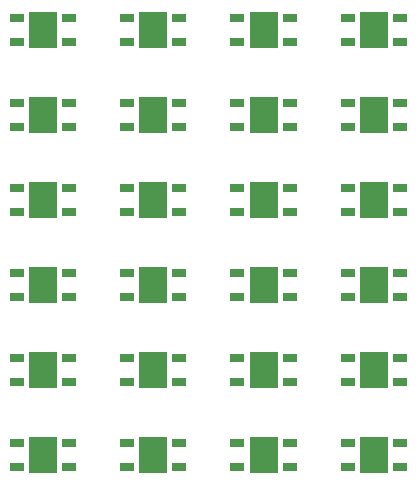
<source format=gbr>
G04*
G04 #@! TF.GenerationSoftware,Altium Limited,Altium Designer,25.8.1 (18)*
G04*
G04 Layer_Color=128*
%FSLAX44Y44*%
%MOMM*%
G71*
G04*
G04 #@! TF.SameCoordinates,CB4A00FE-05D9-49C1-B717-2607D131DABB*
G04*
G04*
G04 #@! TF.FilePolarity,Positive*
G04*
G01*
G75*
%ADD87R,1.1938X0.7620*%
%ADD88R,2.4892X3.0988*%
G36*
X129554Y354000D02*
X152446D01*
Y340506D01*
X129554D01*
Y354000D01*
D02*
G37*
G36*
Y369494D02*
X152446D01*
Y356000D01*
X129554D01*
Y369494D01*
D02*
G37*
G36*
Y426000D02*
X152446D01*
Y412506D01*
X129554D01*
Y426000D01*
D02*
G37*
G36*
X222894Y354000D02*
X245786D01*
Y340506D01*
X222894D01*
Y354000D01*
D02*
G37*
G36*
Y369494D02*
X245786D01*
Y356000D01*
X222894D01*
Y369494D01*
D02*
G37*
G36*
Y426000D02*
X245786D01*
Y412506D01*
X222894D01*
Y426000D01*
D02*
G37*
G36*
X129554Y441494D02*
X152446D01*
Y428000D01*
X129554D01*
Y441494D01*
D02*
G37*
G36*
Y498000D02*
X152446D01*
Y484506D01*
X129554D01*
Y498000D01*
D02*
G37*
G36*
Y513494D02*
X152446D01*
Y500000D01*
X129554D01*
Y513494D01*
D02*
G37*
G36*
X222894Y441494D02*
X245786D01*
Y428000D01*
X222894D01*
Y441494D01*
D02*
G37*
G36*
Y498000D02*
X245786D01*
Y484506D01*
X222894D01*
Y498000D01*
D02*
G37*
G36*
Y513494D02*
X245786D01*
Y500000D01*
X222894D01*
Y513494D01*
D02*
G37*
G36*
X316234Y354000D02*
X339126D01*
Y340506D01*
X316234D01*
Y354000D01*
D02*
G37*
G36*
Y369494D02*
X339126D01*
Y356000D01*
X316234D01*
Y369494D01*
D02*
G37*
G36*
Y426000D02*
X339126D01*
Y412506D01*
X316234D01*
Y426000D01*
D02*
G37*
G36*
X409574Y354000D02*
X432466D01*
Y340506D01*
X409574D01*
Y354000D01*
D02*
G37*
G36*
Y369494D02*
X432466D01*
Y356000D01*
X409574D01*
Y369494D01*
D02*
G37*
G36*
Y426000D02*
X432466D01*
Y412506D01*
X409574D01*
Y426000D01*
D02*
G37*
G36*
X316234Y441494D02*
X339126D01*
Y428000D01*
X316234D01*
Y441494D01*
D02*
G37*
G36*
Y498000D02*
X339126D01*
Y484506D01*
X316234D01*
Y498000D01*
D02*
G37*
G36*
Y513494D02*
X339126D01*
Y500000D01*
X316234D01*
Y513494D01*
D02*
G37*
G36*
X409574Y441494D02*
X432466D01*
Y428000D01*
X409574D01*
Y441494D01*
D02*
G37*
G36*
Y498000D02*
X432466D01*
Y484506D01*
X409574D01*
Y498000D01*
D02*
G37*
G36*
Y513494D02*
X432466D01*
Y500000D01*
X409574D01*
Y513494D01*
D02*
G37*
G36*
X129554Y570000D02*
X152446D01*
Y556506D01*
X129554D01*
Y570000D01*
D02*
G37*
G36*
Y585494D02*
X152446D01*
Y572000D01*
X129554D01*
Y585494D01*
D02*
G37*
G36*
Y642000D02*
X152446D01*
Y628506D01*
X129554D01*
Y642000D01*
D02*
G37*
G36*
X222894Y570000D02*
X245786D01*
Y556506D01*
X222894D01*
Y570000D01*
D02*
G37*
G36*
Y585494D02*
X245786D01*
Y572000D01*
X222894D01*
Y585494D01*
D02*
G37*
G36*
Y642000D02*
X245786D01*
Y628506D01*
X222894D01*
Y642000D01*
D02*
G37*
G36*
X129554Y657494D02*
X152446D01*
Y644000D01*
X129554D01*
Y657494D01*
D02*
G37*
G36*
Y714000D02*
X152446D01*
Y700506D01*
X129554D01*
Y714000D01*
D02*
G37*
G36*
Y729494D02*
X152446D01*
Y716000D01*
X129554D01*
Y729494D01*
D02*
G37*
G36*
X222894Y657494D02*
X245786D01*
Y644000D01*
X222894D01*
Y657494D01*
D02*
G37*
G36*
Y714000D02*
X245786D01*
Y700506D01*
X222894D01*
Y714000D01*
D02*
G37*
G36*
Y729494D02*
X245786D01*
Y716000D01*
X222894D01*
Y729494D01*
D02*
G37*
G36*
X316234Y570000D02*
X339126D01*
Y556506D01*
X316234D01*
Y570000D01*
D02*
G37*
G36*
Y585494D02*
X339126D01*
Y572000D01*
X316234D01*
Y585494D01*
D02*
G37*
G36*
Y642000D02*
X339126D01*
Y628506D01*
X316234D01*
Y642000D01*
D02*
G37*
G36*
X409574Y570000D02*
X432466D01*
Y556506D01*
X409574D01*
Y570000D01*
D02*
G37*
G36*
Y585494D02*
X432466D01*
Y572000D01*
X409574D01*
Y585494D01*
D02*
G37*
G36*
Y642000D02*
X432466D01*
Y628506D01*
X409574D01*
Y642000D01*
D02*
G37*
G36*
X316234Y657494D02*
X339126D01*
Y644000D01*
X316234D01*
Y657494D01*
D02*
G37*
G36*
Y714000D02*
X339126D01*
Y700506D01*
X316234D01*
Y714000D01*
D02*
G37*
G36*
Y729494D02*
X339126D01*
Y716000D01*
X316234D01*
Y729494D01*
D02*
G37*
G36*
X409574Y657494D02*
X432466D01*
Y644000D01*
X409574D01*
Y657494D01*
D02*
G37*
G36*
Y714000D02*
X432466D01*
Y700506D01*
X409574D01*
Y714000D01*
D02*
G37*
G36*
Y729494D02*
X432466D01*
Y716000D01*
X409574D01*
Y729494D01*
D02*
G37*
D87*
X305582Y489000D02*
D03*
Y633000D02*
D03*
X212242D02*
D03*
X398922Y489000D02*
D03*
X118902Y633000D02*
D03*
X398922Y561000D02*
D03*
X305582Y705000D02*
D03*
X212242Y345000D02*
D03*
X118902D02*
D03*
X398922Y417000D02*
D03*
X118902D02*
D03*
Y705000D02*
D03*
X212242Y489000D02*
D03*
X118902D02*
D03*
X212242Y705000D02*
D03*
X398922Y345000D02*
D03*
X212242Y561000D02*
D03*
X118902D02*
D03*
X305582Y417000D02*
D03*
X212242D02*
D03*
X305582Y345000D02*
D03*
X398922Y705000D02*
D03*
X305582Y561000D02*
D03*
X398922Y633000D02*
D03*
Y653000D02*
D03*
X443118D02*
D03*
Y633000D02*
D03*
X305582Y581000D02*
D03*
X349778Y561000D02*
D03*
Y581000D02*
D03*
X398922Y725000D02*
D03*
X443118Y705000D02*
D03*
Y725000D02*
D03*
X349778Y489000D02*
D03*
Y509000D02*
D03*
X443118Y581000D02*
D03*
Y561000D02*
D03*
Y489000D02*
D03*
Y509000D02*
D03*
X163098D02*
D03*
Y489000D02*
D03*
Y581000D02*
D03*
Y561000D02*
D03*
X256438Y509000D02*
D03*
Y489000D02*
D03*
Y581000D02*
D03*
Y561000D02*
D03*
X163098Y633000D02*
D03*
Y653000D02*
D03*
X349778Y725000D02*
D03*
Y705000D02*
D03*
Y653000D02*
D03*
Y633000D02*
D03*
X256438Y653000D02*
D03*
Y633000D02*
D03*
Y705000D02*
D03*
Y725000D02*
D03*
X163098D02*
D03*
Y705000D02*
D03*
X256438Y437000D02*
D03*
Y417000D02*
D03*
X163098Y437000D02*
D03*
Y417000D02*
D03*
X443118Y437000D02*
D03*
Y417000D02*
D03*
X163098Y365000D02*
D03*
Y345000D02*
D03*
X256438D02*
D03*
Y365000D02*
D03*
X443118Y345000D02*
D03*
Y365000D02*
D03*
X349778Y345000D02*
D03*
Y365000D02*
D03*
Y437000D02*
D03*
Y417000D02*
D03*
X118902Y437000D02*
D03*
X305582D02*
D03*
X118902Y725000D02*
D03*
X212242D02*
D03*
X118902Y509000D02*
D03*
X212242D02*
D03*
X305582D02*
D03*
X118902Y653000D02*
D03*
X398922Y509000D02*
D03*
X212242Y653000D02*
D03*
X305582D02*
D03*
Y725000D02*
D03*
X398922Y581000D02*
D03*
X118902D02*
D03*
X212242D02*
D03*
X398922Y365000D02*
D03*
X305582D02*
D03*
X212242Y437000D02*
D03*
X398922D02*
D03*
X118902Y365000D02*
D03*
X212242D02*
D03*
D88*
X421020Y643000D02*
D03*
X327680Y571000D02*
D03*
X421020Y715000D02*
D03*
X327680Y499000D02*
D03*
X421020Y571000D02*
D03*
Y499000D02*
D03*
X141000D02*
D03*
Y571000D02*
D03*
X234340Y499000D02*
D03*
Y571000D02*
D03*
X141000Y643000D02*
D03*
X327680Y715000D02*
D03*
Y643000D02*
D03*
X234340D02*
D03*
Y715000D02*
D03*
X141000D02*
D03*
X234340Y427000D02*
D03*
X141000D02*
D03*
X421020D02*
D03*
X141000Y355000D02*
D03*
X234340D02*
D03*
X421020D02*
D03*
X327680D02*
D03*
Y427000D02*
D03*
M02*

</source>
